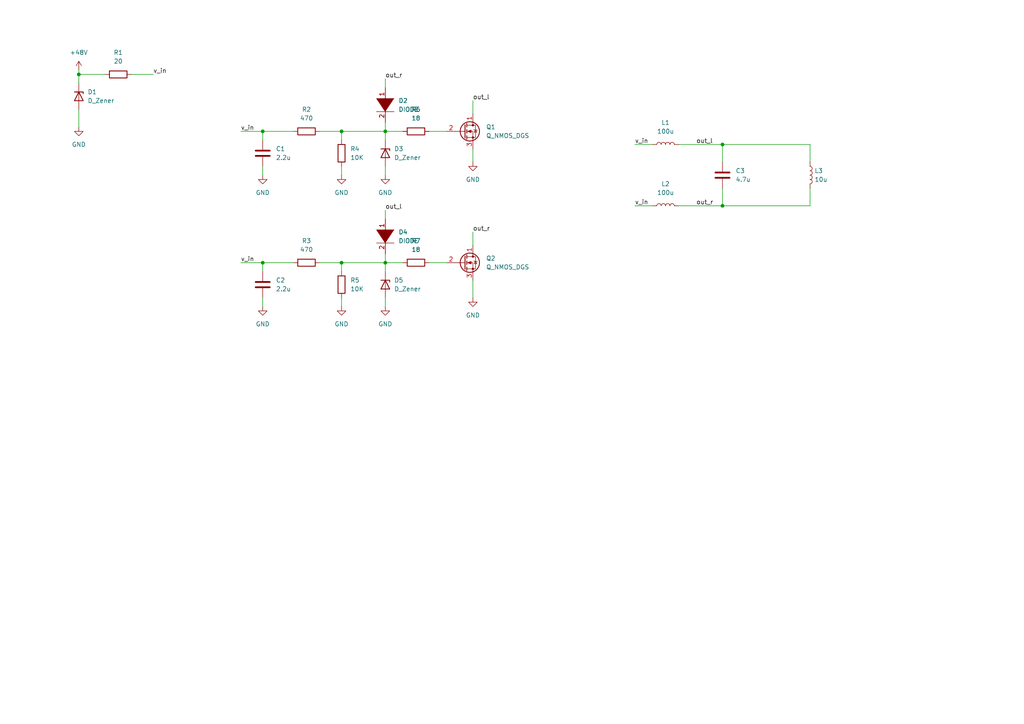
<source format=kicad_sch>
(kicad_sch (version 20211123) (generator eeschema)
  (paper "A4")
  (lib_symbols
    (symbol "Device:C" (pin_numbers hide) (pin_names (offset 0.254))
      (property "Reference" "C" (at 0.635 2.54 0))
      (property "Value" "C" (at 0.635 -2.54 0))
      (symbol "C_0_1"
        (polyline (pts (xy -2.032 -0.762) (xy 2.032 -0.762)) (stroke (width 0.508)))
        (polyline (pts (xy -2.032 0.762) (xy 2.032 0.762)) (stroke (width 0.508)))
      )
      (symbol "C_1_1"
        (pin passive line (at 0 3.81 270) (length 2.794) (name "~") (number "1"))
        (pin passive line (at 0 -3.81 90) (length 2.794) (name "~") (number "2"))
      )
    )
    (symbol "Device:D_Zener" (pin_numbers hide) (pin_names (offset 1.016) hide)
      (property "Reference" "D" (at 0 2.54 0))
      (property "Value" "D_Zener" (at 0 -2.54 0))
      (symbol "D_Zener_0_1"
        (polyline (pts (xy 1.27 0) (xy -1.27 0)))
        (polyline (pts (xy -1.27 -1.27) (xy -1.27 1.27) (xy -0.762 1.27)) (stroke (width 0.254)))
        (polyline (pts (xy 1.27 -1.27) (xy 1.27 1.27) (xy -1.27 0) (xy 1.27 -1.27)) (stroke (width 0.254)))
      )
      (symbol "D_Zener_1_1"
        (pin passive line (at -3.81 0 0) (length 2.54) (name "K") (number "1"))
        (pin passive line (at 3.81 0 180) (length 2.54) (name "A") (number "2"))
      )
    )
    (symbol "Device:L" (pin_numbers hide) (pin_names (offset 1.016) hide)
      (property "Reference" "L" (at -1.27 0 90))
      (property "Value" "L" (at 1.905 0 90))
      (symbol "L_0_1"
        (arc (start 0 -2.54) (mid 0.635 -1.905) (end 0 -1.27))
        (arc (start 0 -1.27) (mid 0.635 -0.635) (end 0 0))
        (arc (start 0 0) (mid 0.635 0.635) (end 0 1.27))
        (arc (start 0 1.27) (mid 0.635 1.905) (end 0 2.54))
      )
      (symbol "L_1_1"
        (pin passive line (at 0 3.81 270) (length 1.27) (name "1") (number "1"))
        (pin passive line (at 0 -3.81 90) (length 1.27) (name "2") (number "2"))
      )
    )
    (symbol "Device:Q_NMOS_DGS" (pin_names (offset 0) hide)
      (property "Reference" "Q" (at 5.08 1.27 0))
      (property "Value" "Q_NMOS_DGS" (at 5.08 -1.27 0))
      (symbol "Q_NMOS_DGS_0_1"
        (polyline (pts (xy 0.254 0) (xy -2.54 0)))
        (polyline (pts (xy 0.254 1.905) (xy 0.254 -1.905)) (stroke (width 0.254)))
        (polyline (pts (xy 0.762 -1.27) (xy 0.762 -2.286)) (stroke (width 0.254)))
        (polyline (pts (xy 0.762 0.508) (xy 0.762 -0.508)) (stroke (width 0.254)))
        (polyline (pts (xy 0.762 2.286) (xy 0.762 1.27)) (stroke (width 0.254)))
        (polyline (pts (xy 2.54 2.54) (xy 2.54 1.778)))
        (polyline (pts (xy 2.54 -2.54) (xy 2.54 0) (xy 0.762 0)))
        (polyline (pts (xy 0.762 -1.778) (xy 3.302 -1.778) (xy 3.302 1.778) (xy 0.762 1.778)))
        (polyline (pts (xy 1.016 0) (xy 2.032 0.381) (xy 2.032 -0.381) (xy 1.016 0)) (fill (type outline)))
        (polyline (pts (xy 2.794 0.508) (xy 2.921 0.381) (xy 3.683 0.381) (xy 3.81 0.254)))
        (polyline (pts (xy 3.302 0.381) (xy 2.921 -0.254) (xy 3.683 -0.254) (xy 3.302 0.381)))
        (circle (center 1.651 0) (radius 2.794) (stroke (width 0.254)))
        (circle (center 2.54 -1.778) (radius 0.254) (fill (type outline)))
        (circle (center 2.54 1.778) (radius 0.254) (fill (type outline)))
      )
      (symbol "Q_NMOS_DGS_1_1"
        (pin passive line (at 2.54 5.08 270) (length 2.54) (name "D") (number "1"))
        (pin input line (at -5.08 0 0) (length 2.54) (name "G") (number "2"))
        (pin passive line (at 2.54 -5.08 90) (length 2.54) (name "S") (number "3"))
      )
    )
    (symbol "Device:R" (pin_numbers hide) (pin_names (offset 0))
      (property "Reference" "R" (at 2.032 0 90))
      (property "Value" "R" (at 0 0 90))
      (symbol "R_0_1"
        (rectangle (start -1.016 -2.54) (end 1.016 2.54) (stroke (width 0.254)))
      )
      (symbol "R_1_1"
        (pin passive line (at 0 3.81 270) (length 1.27) (name "~") (number "1"))
        (pin passive line (at 0 -3.81 90) (length 1.27) (name "~") (number "2"))
      )
    )
    (symbol "power:+48V" (power) (pin_names (offset 0))
      (property "Value" "+48V" (at 0 3.556 0))
      (symbol "+48V_0_1"
        (polyline (pts (xy -0.762 1.27) (xy 0 2.54)))
        (polyline (pts (xy 0 0) (xy 0 2.54)))
        (polyline (pts (xy 0 2.54) (xy 0.762 1.27)))
      )
      (symbol "+48V_1_1"
        (pin power_in line (at 0 0 90) (length 0) hide (name "+48V") (number "1"))
      )
    )
    (symbol "power:GND" (power) (pin_names (offset 0))
      (property "Value" "GND" (at 0 -3.81 0))
      (symbol "GND_0_1"
        (polyline (pts (xy 0 0) (xy 0 -1.27) (xy 1.27 -1.27) (xy 0 -2.54) (xy -1.27 -1.27) (xy 0 -1.27)))
      )
      (symbol "GND_1_1"
        (pin power_in line (at 0 0 270) (length 0) hide (name "GND") (number "1"))
      )
    )
    (symbol "pspice:DIODE" (pin_names (offset 1.016) hide)
      (property "Reference" "D" (at 0 3.81 0))
      (property "Value" "DIODE" (at 0 -4.445 0))
      (symbol "DIODE_0_1"
        (polyline (pts (xy 1.905 2.54) (xy 1.905 -2.54)))
        (polyline (pts (xy -1.905 2.54) (xy -1.905 -2.54) (xy 1.905 0)) (fill (type outline)))
      )
      (symbol "DIODE_1_1"
        (pin input line (at -5.08 0 0) (length 3.81) (name "K") (number "1"))
        (pin input line (at 5.08 0 180) (length 3.81) (name "A") (number "2"))
      )
    )
  )
  (junction (at 76.2 38.1))
  (junction (at 76.2 76.2))
  (junction (at 99.06 38.1))
  (junction (at 111.76 76.2))
  (junction (at 209.55 41.91))
  (junction (at 99.06 76.2))
  (junction (at 111.76 38.1))
  (junction (at 22.86 21.59))
  (junction (at 209.55 59.69))
  (wire (pts (xy 111.76 38.1) (xy 116.84 38.1)))
  (wire (pts (xy 99.06 78.74) (xy 99.06 76.2)))
  (wire (pts (xy 111.76 60.96) (xy 111.76 63.5)))
  (wire (pts (xy 196.85 59.69) (xy 209.55 59.69)))
  (wire (pts (xy 184.15 59.69) (xy 189.23 59.69)))
  (wire (pts (xy 22.86 31.75) (xy 22.86 36.83)))
  (wire (pts (xy 22.86 21.59) (xy 22.86 24.13)))
  (wire (pts (xy 99.06 76.2) (xy 111.76 76.2)))
  (wire (pts (xy 99.06 48.26) (xy 99.06 50.8)))
  (wire (pts (xy 22.86 20.32) (xy 22.86 21.59)))
  (wire (pts (xy 209.55 54.61) (xy 209.55 59.69)))
  (wire (pts (xy 111.76 48.26) (xy 111.76 50.8)))
  (wire (pts (xy 76.2 86.36) (xy 76.2 88.9)))
  (wire (pts (xy 111.76 22.86) (xy 111.76 25.4)))
  (wire (pts (xy 92.71 38.1) (xy 99.06 38.1)))
  (wire (pts (xy 76.2 76.2) (xy 85.09 76.2)))
  (wire (pts (xy 92.71 76.2) (xy 99.06 76.2)))
  (wire (pts (xy 209.55 41.91) (xy 209.55 46.99)))
  (wire (pts (xy 111.76 38.1) (xy 111.76 40.64)))
  (wire (pts (xy 124.46 38.1) (xy 129.54 38.1)))
  (wire (pts (xy 22.86 21.59) (xy 30.48 21.59)))
  (wire (pts (xy 209.55 59.69) (xy 234.95 59.69)))
  (wire (pts (xy 76.2 48.26) (xy 76.2 50.8)))
  (wire (pts (xy 196.85 41.91) (xy 209.55 41.91)))
  (wire (pts (xy 137.16 67.31) (xy 137.16 71.12)))
  (wire (pts (xy 124.46 76.2) (xy 129.54 76.2)))
  (wire (pts (xy 137.16 81.28) (xy 137.16 86.36)))
  (wire (pts (xy 234.95 54.61) (xy 234.95 59.69)))
  (wire (pts (xy 184.15 41.91) (xy 189.23 41.91)))
  (wire (pts (xy 38.1 21.59) (xy 44.45 21.59)))
  (wire (pts (xy 111.76 76.2) (xy 116.84 76.2)))
  (wire (pts (xy 111.76 76.2) (xy 111.76 78.74)))
  (wire (pts (xy 99.06 40.64) (xy 99.06 38.1)))
  (wire (pts (xy 209.55 41.91) (xy 234.95 41.91)))
  (wire (pts (xy 99.06 86.36) (xy 99.06 88.9)))
  (wire (pts (xy 76.2 78.74) (xy 76.2 76.2)))
  (wire (pts (xy 234.95 41.91) (xy 234.95 46.99)))
  (wire (pts (xy 137.16 29.21) (xy 137.16 33.02)))
  (wire (pts (xy 111.76 73.66) (xy 111.76 76.2)))
  (wire (pts (xy 111.76 35.56) (xy 111.76 38.1)))
  (wire (pts (xy 69.85 76.2) (xy 76.2 76.2)))
  (wire (pts (xy 76.2 40.64) (xy 76.2 38.1)))
  (wire (pts (xy 76.2 38.1) (xy 85.09 38.1)))
  (wire (pts (xy 137.16 43.18) (xy 137.16 46.99)))
  (wire (pts (xy 69.85 38.1) (xy 76.2 38.1)))
  (wire (pts (xy 99.06 38.1) (xy 111.76 38.1)))
  (wire (pts (xy 111.76 86.36) (xy 111.76 88.9)))
  (label "v_in" (at 44.45 21.59 0))
  (label "out_r" (at 201.93 59.69 0))
  (label "out_r" (at 111.76 22.86 0))
  (label "v_in" (at 69.85 38.1 0))
  (label "v_in" (at 184.15 59.69 0))
  (label "out_l" (at 137.16 29.21 0))
  (label "out_l" (at 201.93 41.91 0))
  (label "v_in" (at 184.15 41.91 0))
  (label "v_in" (at 69.85 76.2 0))
  (label "out_r" (at 137.16 67.31 0))
  (label "out_l" (at 111.76 60.96 0))
  (symbol (lib_id "Device:D_Zener") (at 22.86 27.94 270) (unit 1)
    (property "Reference" "D1" (at 25.4 26.6699 90) (effects (justify left)))
    (property "Value" "D_Zener" (at 25.4 29.2099 90) (effects (justify left)))
  )
  (symbol (lib_id "power:GND") (at 111.76 88.9 0) (unit 1)
    (property "Reference" "#PWR08" (effects hide))
    (property "Value" "GND" (at 111.76 93.98 0))
  )
  (symbol (lib_id "Device:Q_NMOS_DGS") (at 134.62 76.2 0) (unit 1)
    (property "Reference" "Q2" (at 140.97 74.9299 0) (effects (justify left)))
    (property "Value" "Q_NMOS_DGS" (at 140.97 77.4699 0) (effects (justify left)))
    (property "Spice_Primitive" "M" (effects hide))
    (property "Spice_Model" "Q_NMOS_DGS" (effects hide))
    (property "Spice_Netlist_Enabled" "Y" (effects hide))
  )
  (symbol (lib_id "pspice:DIODE") (at 111.76 68.58 270) (unit 1)
    (property "Reference" "D4" (at 115.57 67.3099 90) (effects (justify left)))
    (property "Value" "DIODE" (at 115.57 69.8499 90) (effects (justify left)))
    (property "Spice_Primitive" "D" (effects hide))
    (property "Spice_Model" "DIODE" (effects hide))
    (property "Spice_Netlist_Enabled" "Y" (effects hide))
  )
  (symbol (lib_id "Device:D_Zener") (at 111.76 44.45 270) (unit 1)
    (property "Reference" "D3" (at 114.3 43.1799 90) (effects (justify left)))
    (property "Value" "D_Zener" (at 114.3 45.7199 90) (effects (justify left)))
  )
  (symbol (lib_id "Device:R") (at 99.06 82.55 0) (unit 1)
    (property "Reference" "R5" (at 101.6 81.2799 0) (effects (justify left)))
    (property "Value" "10K" (at 101.6 83.8199 0) (effects (justify left)))
  )
  (symbol (lib_id "power:GND") (at 22.86 36.83 0) (unit 1)
    (property "Reference" "#PWR02" (effects hide))
    (property "Value" "GND" (at 22.86 41.91 0))
  )
  (symbol (lib_id "Device:R") (at 120.65 76.2 90) (unit 1)
    (property "Reference" "R7" (at 120.65 69.85 90))
    (property "Value" "18" (at 120.65 72.39 90))
  )
  (symbol (lib_id "Device:L") (at 234.95 50.8 0) (unit 1)
    (property "Reference" "L3" (at 236.22 49.5299 0) (effects (justify left)))
    (property "Value" "10u" (at 236.22 52.0699 0) (effects (justify left)))
  )
  (symbol (lib_id "power:GND") (at 99.06 50.8 0) (unit 1)
    (property "Reference" "#PWR05" (effects hide))
    (property "Value" "GND" (at 99.06 55.88 0))
  )
  (symbol (lib_id "power:GND") (at 137.16 46.99 0) (unit 1)
    (property "Reference" "#PWR09" (effects hide))
    (property "Value" "GND" (at 137.16 52.07 0))
  )
  (symbol (lib_id "power:GND") (at 111.76 50.8 0) (unit 1)
    (property "Reference" "#PWR07" (effects hide))
    (property "Value" "GND" (at 111.76 55.88 0))
  )
  (symbol (lib_id "Device:D_Zener") (at 111.76 82.55 270) (unit 1)
    (property "Reference" "D5" (at 114.3 81.2799 90) (effects (justify left)))
    (property "Value" "D_Zener" (at 114.3 83.8199 90) (effects (justify left)))
    (property "Spice_Primitive" "D" (effects hide))
    (property "Spice_Model" "D_Zener" (effects hide))
    (property "Spice_Netlist_Enabled" "Y" (effects hide))
  )
  (symbol (lib_id "Device:Q_NMOS_DGS") (at 134.62 38.1 0) (unit 1)
    (property "Reference" "Q1" (at 140.97 36.8299 0) (effects (justify left)))
    (property "Value" "Q_NMOS_DGS" (at 140.97 39.3699 0) (effects (justify left)))
    (property "Spice_Primitive" "M" (effects hide))
    (property "Spice_Model" "Q_NMOS_DGS" (effects hide))
    (property "Spice_Netlist_Enabled" "Y" (effects hide))
  )
  (symbol (lib_id "Device:R") (at 34.29 21.59 90) (unit 1)
    (property "Reference" "R1" (at 34.29 15.24 90))
    (property "Value" "20" (at 34.29 17.78 90))
  )
  (symbol (lib_id "Device:R") (at 120.65 38.1 90) (unit 1)
    (property "Reference" "R6" (at 120.65 31.75 90))
    (property "Value" "18" (at 120.65 34.29 90))
  )
  (symbol (lib_id "power:GND") (at 76.2 88.9 0) (unit 1)
    (property "Reference" "#PWR04" (effects hide))
    (property "Value" "GND" (at 76.2 93.98 0))
  )
  (symbol (lib_id "Device:L") (at 193.04 59.69 90) (unit 1)
    (property "Reference" "L2" (at 193.04 53.34 90))
    (property "Value" "100u" (at 193.04 55.88 90))
  )
  (symbol (lib_id "Device:L") (at 193.04 41.91 90) (unit 1)
    (property "Reference" "L1" (at 193.04 35.56 90))
    (property "Value" "100u" (at 193.04 38.1 90))
  )
  (symbol (lib_id "power:GND") (at 76.2 50.8 0) (unit 1)
    (property "Reference" "#PWR03" (effects hide))
    (property "Value" "GND" (at 76.2 55.88 0))
  )
  (symbol (lib_id "power:+48V") (at 22.86 20.32 0) (unit 1)
    (property "Reference" "#PWR01" (effects hide))
    (property "Value" "+48V" (at 22.86 15.24 0))
  )
  (symbol (lib_id "power:GND") (at 137.16 86.36 0) (unit 1)
    (property "Reference" "#PWR010" (effects hide))
    (property "Value" "GND" (at 137.16 91.44 0))
  )
  (symbol (lib_id "Device:R") (at 88.9 76.2 90) (unit 1)
    (property "Reference" "R3" (at 88.9 69.85 90))
    (property "Value" "470" (at 88.9 72.39 90))
  )
  (symbol (lib_id "pspice:DIODE") (at 111.76 30.48 270) (unit 1)
    (property "Reference" "D2" (at 115.57 29.2099 90) (effects (justify left)))
    (property "Value" "DIODE" (at 115.57 31.7499 90) (effects (justify left)))
    (property "Spice_Primitive" "D" (effects hide))
    (property "Spice_Model" "DIODE" (effects hide))
    (property "Spice_Netlist_Enabled" "Y" (effects hide))
  )
  (symbol (lib_id "Device:C") (at 76.2 44.45 0) (unit 1)
    (property "Reference" "C1" (at 80.01 43.1799 0) (effects (justify left)))
    (property "Value" "2.2u" (at 80.01 45.7199 0) (effects (justify left)))
  )
  (symbol (lib_id "Device:R") (at 88.9 38.1 90) (unit 1)
    (property "Reference" "R2" (at 88.9 31.75 90))
    (property "Value" "470" (at 88.9 34.29 90))
  )
  (symbol (lib_id "Device:C") (at 209.55 50.8 0) (unit 1)
    (property "Reference" "C3" (at 213.36 49.5299 0) (effects (justify left)))
    (property "Value" "4.7u" (at 213.36 52.0699 0) (effects (justify left)))
  )
  (symbol (lib_id "Device:R") (at 99.06 44.45 0) (unit 1)
    (property "Reference" "R4" (at 101.6 43.1799 0) (effects (justify left)))
    (property "Value" "10K" (at 101.6 45.7199 0) (effects (justify left)))
  )
  (symbol (lib_id "Device:C") (at 76.2 82.55 0) (unit 1)
    (property "Reference" "C2" (at 80.01 81.2799 0) (effects (justify left)))
    (property "Value" "2.2u" (at 80.01 83.8199 0) (effects (justify left)))
  )
  (symbol (lib_id "power:GND") (at 99.06 88.9 0) (unit 1)
    (property "Reference" "#PWR06" (effects hide))
    (property "Value" "GND" (at 99.06 93.98 0))
  )
)
</source>
